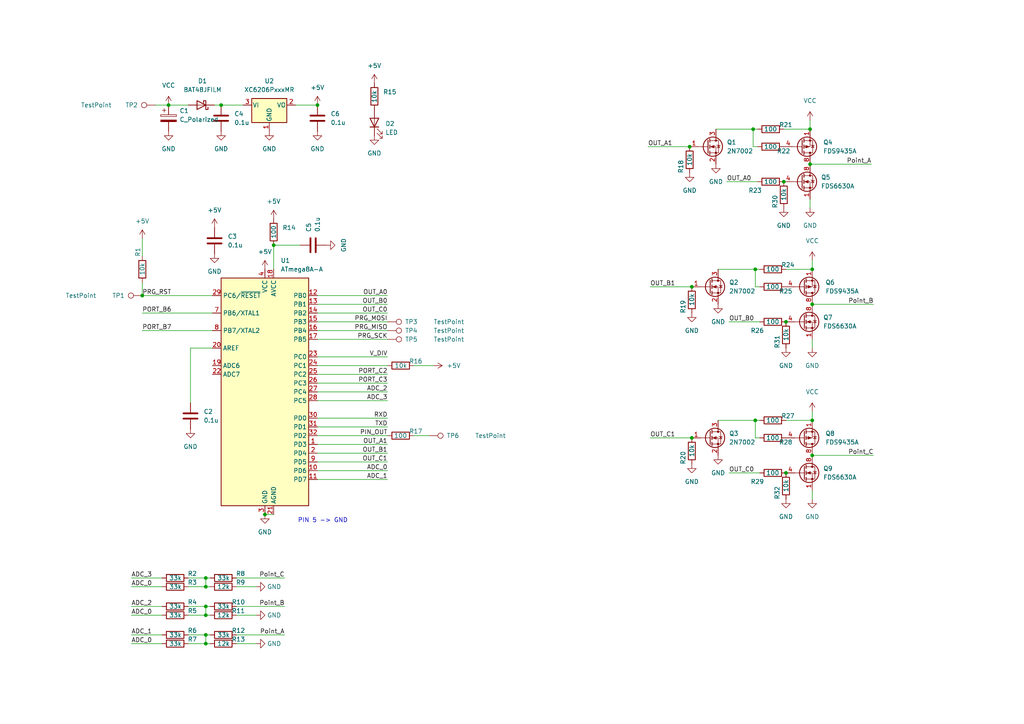
<source format=kicad_sch>
(kicad_sch (version 20211123) (generator eeschema)
  (paper "A4")
  (lib_symbols
    (symbol "Connector:TestPoint" (pin_numbers hide) (pin_names (offset 0.762) hide)
      (property "Reference" "TP" (at 0 6.858 0))
      (property "Value" "TestPoint" (at 0 5.08 0))
      (symbol "TestPoint_0_1"
        (circle (center 0 3.302) (radius 0.762))
      )
      (symbol "TestPoint_1_1"
        (pin passive line (at 0 0 90) (length 2.54) (name "1") (number "1"))
      )
    )
    (symbol "Device:C" (pin_numbers hide) (pin_names (offset 0.254))
      (property "Reference" "C" (at 0.635 2.54 0))
      (property "Value" "C" (at 0.635 -2.54 0))
      (symbol "C_0_1"
        (polyline (pts (xy -2.032 -0.762) (xy 2.032 -0.762)) (stroke (width 0.508)))
        (polyline (pts (xy -2.032 0.762) (xy 2.032 0.762)) (stroke (width 0.508)))
      )
      (symbol "C_1_1"
        (pin passive line (at 0 3.81 270) (length 2.794) (name "~") (number "1"))
        (pin passive line (at 0 -3.81 90) (length 2.794) (name "~") (number "2"))
      )
    )
    (symbol "Device:C_Polarized" (pin_numbers hide) (pin_names (offset 0.254))
      (property "Reference" "C" (at 0.635 2.54 0))
      (property "Value" "C_Polarized" (at 0.635 -2.54 0))
      (symbol "C_Polarized_0_1"
        (rectangle (start -2.286 0.508) (end 2.286 1.016))
        (polyline (pts (xy -1.778 2.286) (xy -0.762 2.286)))
        (polyline (pts (xy -1.27 2.794) (xy -1.27 1.778)))
        (rectangle (start 2.286 -0.508) (end -2.286 -1.016) (fill (type outline)))
      )
      (symbol "C_Polarized_1_1"
        (pin passive line (at 0 3.81 270) (length 2.794) (name "~") (number "1"))
        (pin passive line (at 0 -3.81 90) (length 2.794) (name "~") (number "2"))
      )
    )
    (symbol "Device:LED" (pin_numbers hide) (pin_names (offset 1.016) hide)
      (property "Reference" "D" (at 0 2.54 0))
      (property "Value" "LED" (at 0 -2.54 0))
      (symbol "LED_0_1"
        (polyline (pts (xy -1.27 -1.27) (xy -1.27 1.27)) (stroke (width 0.254)))
        (polyline (pts (xy -1.27 0) (xy 1.27 0)))
        (polyline (pts (xy 1.27 -1.27) (xy 1.27 1.27) (xy -1.27 0) (xy 1.27 -1.27)) (stroke (width 0.254)))
        (polyline (pts (xy -3.048 -0.762) (xy -4.572 -2.286) (xy -3.81 -2.286) (xy -4.572 -2.286) (xy -4.572 -1.524)))
        (polyline (pts (xy -1.778 -0.762) (xy -3.302 -2.286) (xy -2.54 -2.286) (xy -3.302 -2.286) (xy -3.302 -1.524)))
      )
      (symbol "LED_1_1"
        (pin passive line (at -3.81 0 0) (length 2.54) (name "K") (number "1"))
        (pin passive line (at 3.81 0 180) (length 2.54) (name "A") (number "2"))
      )
    )
    (symbol "Device:R" (pin_numbers hide) (pin_names (offset 0))
      (property "Reference" "R" (at 2.032 0 90))
      (property "Value" "R" (at 0 0 90))
      (symbol "R_0_1"
        (rectangle (start -1.016 -2.54) (end 1.016 2.54) (stroke (width 0.254)))
      )
      (symbol "R_1_1"
        (pin passive line (at 0 3.81 270) (length 1.27) (name "~") (number "1"))
        (pin passive line (at 0 -3.81 90) (length 1.27) (name "~") (number "2"))
      )
    )
    (symbol "Diode:BAT48JFILM" (pin_numbers hide) (pin_names (offset 1.016) hide)
      (property "Reference" "D" (at 0 2.54 0))
      (property "Value" "BAT48JFILM" (at 0 -2.54 0))
      (symbol "BAT48JFILM_0_1"
        (polyline (pts (xy 1.27 0) (xy -1.27 0)))
        (polyline (pts (xy 1.27 1.27) (xy 1.27 -1.27) (xy -1.27 0) (xy 1.27 1.27)) (stroke (width 0.254)))
        (polyline (pts (xy -1.905 0.635) (xy -1.905 1.27) (xy -1.27 1.27) (xy -1.27 -1.27) (xy -0.635 -1.27) (xy -0.635 -0.635)) (stroke (width 0.254)))
      )
      (symbol "BAT48JFILM_1_1"
        (pin passive line (at -3.81 0 0) (length 2.54) (name "K") (number "1"))
        (pin passive line (at 3.81 0 180) (length 2.54) (name "A") (number "2"))
      )
    )
    (symbol "MCU_Microchip_ATmega:ATmega8A-A"
      (property "Reference" "U" (at -12.7 34.29 0))
      (property "Value" "ATmega8A-A" (at 5.08 -34.29 0))
      (symbol "ATmega8A-A_0_1"
        (rectangle (start -12.7 -33.02) (end 12.7 33.02) (stroke (width 0.254)) (fill (type background)))
      )
      (symbol "ATmega8A-A_1_1"
        (pin bidirectional line (at 15.24 -15.24 180) (length 2.54) (name "PD3") (number "1"))
        (pin bidirectional line (at 15.24 -22.86 180) (length 2.54) (name "PD6") (number "10"))
        (pin bidirectional line (at 15.24 -25.4 180) (length 2.54) (name "PD7") (number "11"))
        (pin bidirectional line (at 15.24 27.94 180) (length 2.54) (name "PB0") (number "12"))
        (pin bidirectional line (at 15.24 25.4 180) (length 2.54) (name "PB1") (number "13"))
        (pin bidirectional line (at 15.24 22.86 180) (length 2.54) (name "PB2") (number "14"))
        (pin bidirectional line (at 15.24 20.32 180) (length 2.54) (name "PB3") (number "15"))
        (pin bidirectional line (at 15.24 17.78 180) (length 2.54) (name "PB4") (number "16"))
        (pin bidirectional line (at 15.24 15.24 180) (length 2.54) (name "PB5") (number "17"))
        (pin power_in line (at 2.54 35.56 270) (length 2.54) (name "AVCC") (number "18"))
        (pin input line (at -15.24 7.62 0) (length 2.54) (name "ADC6") (number "19"))
        (pin bidirectional line (at 15.24 -17.78 180) (length 2.54) (name "PD4") (number "2"))
        (pin passive line (at -15.24 12.7 0) (length 2.54) (name "AREF") (number "20"))
        (pin power_in line (at 2.54 -35.56 90) (length 2.54) (name "AGND") (number "21"))
        (pin input line (at -15.24 5.08 0) (length 2.54) (name "ADC7") (number "22"))
        (pin bidirectional line (at 15.24 10.16 180) (length 2.54) (name "PC0") (number "23"))
        (pin bidirectional line (at 15.24 7.62 180) (length 2.54) (name "PC1") (number "24"))
        (pin bidirectional line (at 15.24 5.08 180) (length 2.54) (name "PC2") (number "25"))
        (pin bidirectional line (at 15.24 2.54 180) (length 2.54) (name "PC3") (number "26"))
        (pin bidirectional line (at 15.24 0 180) (length 2.54) (name "PC4") (number "27"))
        (pin bidirectional line (at 15.24 -2.54 180) (length 2.54) (name "PC5") (number "28"))
        (pin bidirectional line (at -15.24 27.94 0) (length 2.54) (name "PC6/~{RESET}") (number "29"))
        (pin power_in line (at 0 -35.56 90) (length 2.54) (name "GND") (number "3"))
        (pin bidirectional line (at 15.24 -7.62 180) (length 2.54) (name "PD0") (number "30"))
        (pin bidirectional line (at 15.24 -10.16 180) (length 2.54) (name "PD1") (number "31"))
        (pin bidirectional line (at 15.24 -12.7 180) (length 2.54) (name "PD2") (number "32"))
        (pin power_in line (at 0 35.56 270) (length 2.54) (name "VCC") (number "4"))
        (pin passive line (at 0 -35.56 90) (length 2.54) hide (name "GND") (number "5"))
        (pin passive line (at 0 35.56 270) (length 2.54) hide (name "VCC") (number "6"))
        (pin bidirectional line (at -15.24 22.86 0) (length 2.54) (name "PB6/XTAL1") (number "7"))
        (pin bidirectional line (at -15.24 17.78 0) (length 2.54) (name "PB7/XTAL2") (number "8"))
        (pin bidirectional line (at 15.24 -20.32 180) (length 2.54) (name "PD5") (number "9"))
      )
    )
    (symbol "Regulator_Linear:XC6206PxxxMR" (pin_names (offset 0.254))
      (property "Reference" "U" (at -3.81 3.175 0))
      (property "Value" "XC6206PxxxMR" (at 0 3.175 0))
      (symbol "XC6206PxxxMR_0_1"
        (rectangle (start -5.08 1.905) (end 5.08 -5.08) (stroke (width 0.254)) (fill (type background)))
      )
      (symbol "XC6206PxxxMR_1_1"
        (pin power_in line (at 0 -7.62 90) (length 2.54) (name "GND") (number "1"))
        (pin power_out line (at 7.62 0 180) (length 2.54) (name "VO") (number "2"))
        (pin power_in line (at -7.62 0 0) (length 2.54) (name "VI") (number "3"))
      )
    )
    (symbol "Transistor_FET:2N7002" (pin_names hide)
      (property "Reference" "Q" (at 5.08 1.905 0))
      (property "Value" "2N7002" (at 5.08 0 0))
      (symbol "2N7002_0_1"
        (polyline (pts (xy 0.254 0) (xy -2.54 0)))
        (polyline (pts (xy 0.254 1.905) (xy 0.254 -1.905)) (stroke (width 0.254)))
        (polyline (pts (xy 0.762 -1.27) (xy 0.762 -2.286)) (stroke (width 0.254)))
        (polyline (pts (xy 0.762 0.508) (xy 0.762 -0.508)) (stroke (width 0.254)))
        (polyline (pts (xy 0.762 2.286) (xy 0.762 1.27)) (stroke (width 0.254)))
        (polyline (pts (xy 2.54 2.54) (xy 2.54 1.778)))
        (polyline (pts (xy 2.54 -2.54) (xy 2.54 0) (xy 0.762 0)))
        (polyline (pts (xy 0.762 -1.778) (xy 3.302 -1.778) (xy 3.302 1.778) (xy 0.762 1.778)))
        (polyline (pts (xy 1.016 0) (xy 2.032 0.381) (xy 2.032 -0.381) (xy 1.016 0)) (fill (type outline)))
        (polyline (pts (xy 2.794 0.508) (xy 2.921 0.381) (xy 3.683 0.381) (xy 3.81 0.254)))
        (polyline (pts (xy 3.302 0.381) (xy 2.921 -0.254) (xy 3.683 -0.254) (xy 3.302 0.381)))
        (circle (center 1.651 0) (radius 2.794) (stroke (width 0.254)))
        (circle (center 2.54 -1.778) (radius 0.254) (fill (type outline)))
        (circle (center 2.54 1.778) (radius 0.254) (fill (type outline)))
      )
      (symbol "2N7002_1_1"
        (pin input line (at -5.08 0 0) (length 2.54) (name "G") (number "1"))
        (pin passive line (at 2.54 -5.08 90) (length 2.54) (name "S") (number "2"))
        (pin passive line (at 2.54 5.08 270) (length 2.54) (name "D") (number "3"))
      )
    )
    (symbol "Transistor_FET:FDS6630A" (pin_names hide)
      (property "Reference" "Q" (at 5.08 2.54 0))
      (property "Value" "FDS6630A" (at 5.08 0 0))
      (symbol "FDS6630A_0_1"
        (polyline (pts (xy 0.254 0) (xy -2.54 0)))
        (polyline (pts (xy 0.254 1.905) (xy 0.254 -1.905)) (stroke (width 0.254)))
        (polyline (pts (xy 0.762 -1.27) (xy 0.762 -2.286)) (stroke (width 0.254)))
        (polyline (pts (xy 0.762 0.508) (xy 0.762 -0.508)) (stroke (width 0.254)))
        (polyline (pts (xy 0.762 2.286) (xy 0.762 1.27)) (stroke (width 0.254)))
        (polyline (pts (xy 2.54 2.54) (xy 2.54 1.778)))
        (polyline (pts (xy 2.54 -2.54) (xy 2.54 0) (xy 0.762 0)))
        (polyline (pts (xy 0.762 -1.778) (xy 3.302 -1.778) (xy 3.302 1.778) (xy 0.762 1.778)))
        (polyline (pts (xy 1.016 0) (xy 2.032 0.381) (xy 2.032 -0.381) (xy 1.016 0)) (fill (type outline)))
        (polyline (pts (xy 2.794 0.508) (xy 2.921 0.381) (xy 3.683 0.381) (xy 3.81 0.254)))
        (polyline (pts (xy 3.302 0.381) (xy 2.921 -0.254) (xy 3.683 -0.254) (xy 3.302 0.381)))
        (circle (center 1.651 0) (radius 2.794) (stroke (width 0.254)))
        (circle (center 2.54 -1.778) (radius 0.254) (fill (type outline)))
        (circle (center 2.54 1.778) (radius 0.254) (fill (type outline)))
      )
      (symbol "FDS6630A_1_1"
        (pin passive line (at 2.54 -5.08 90) (length 2.54) (name "S") (number "1"))
        (pin passive line (at 2.54 -5.08 90) (length 2.54) hide (name "S") (number "2"))
        (pin passive line (at 2.54 -5.08 90) (length 2.54) hide (name "S") (number "3"))
        (pin input line (at -5.08 0 0) (length 2.54) (name "G") (number "4"))
        (pin passive line (at 2.54 5.08 270) (length 2.54) hide (name "D") (number "5"))
        (pin passive line (at 2.54 5.08 270) (length 2.54) hide (name "D") (number "6"))
        (pin passive line (at 2.54 5.08 270) (length 2.54) hide (name "D") (number "7"))
        (pin passive line (at 2.54 5.08 270) (length 2.54) (name "D") (number "8"))
      )
    )
    (symbol "Transistor_FET:FDS9435A" (pin_names hide)
      (property "Reference" "Q" (at 5.08 1.905 0))
      (property "Value" "FDS9435A" (at 5.08 0 0))
      (symbol "FDS9435A_0_1"
        (polyline (pts (xy 0.254 0) (xy -2.54 0)))
        (polyline (pts (xy 0.254 1.905) (xy 0.254 -1.905)) (stroke (width 0.254)))
        (polyline (pts (xy 0.762 -1.27) (xy 0.762 -2.286)) (stroke (width 0.254)))
        (polyline (pts (xy 0.762 0.508) (xy 0.762 -0.508)) (stroke (width 0.254)))
        (polyline (pts (xy 0.762 2.286) (xy 0.762 1.27)) (stroke (width 0.254)))
        (polyline (pts (xy 2.54 2.54) (xy 2.54 1.778)))
        (polyline (pts (xy 2.54 -2.54) (xy 2.54 0) (xy 0.762 0)))
        (polyline (pts (xy 0.762 1.778) (xy 3.302 1.778) (xy 3.302 -1.778) (xy 0.762 -1.778)))
        (polyline (pts (xy 2.286 0) (xy 1.27 0.381) (xy 1.27 -0.381) (xy 2.286 0)) (fill (type outline)))
        (polyline (pts (xy 2.794 -0.508) (xy 2.921 -0.381) (xy 3.683 -0.381) (xy 3.81 -0.254)))
        (polyline (pts (xy 3.302 -0.381) (xy 2.921 0.254) (xy 3.683 0.254) (xy 3.302 -0.381)))
        (circle (center 1.651 0) (radius 2.794) (stroke (width 0.254)))
        (circle (center 2.54 -1.778) (radius 0.254) (fill (type outline)))
        (circle (center 2.54 1.778) (radius 0.254) (fill (type outline)))
      )
      (symbol "FDS9435A_1_1"
        (pin passive line (at 2.54 -5.08 90) (length 2.54) (name "S") (number "1"))
        (pin passive line (at 2.54 -5.08 90) (length 2.54) hide (name "S") (number "2"))
        (pin passive line (at 2.54 -5.08 90) (length 2.54) hide (name "S") (number "3"))
        (pin passive line (at -5.08 0 0) (length 2.54) (name "G") (number "4"))
        (pin passive line (at 2.54 5.08 270) (length 2.54) hide (name "D") (number "5"))
        (pin passive line (at 2.54 5.08 270) (length 2.54) hide (name "D") (number "6"))
        (pin passive line (at 2.54 5.08 270) (length 2.54) hide (name "D") (number "7"))
        (pin passive line (at 2.54 5.08 270) (length 2.54) (name "D") (number "8"))
      )
    )
    (symbol "power:+5V" (power) (pin_names (offset 0))
      (property "Value" "+5V" (at 0 3.556 0))
      (symbol "+5V_0_1"
        (polyline (pts (xy -0.762 1.27) (xy 0 2.54)))
        (polyline (pts (xy 0 0) (xy 0 2.54)))
        (polyline (pts (xy 0 2.54) (xy 0.762 1.27)))
      )
      (symbol "+5V_1_1"
        (pin power_in line (at 0 0 90) (length 0) hide (name "+5V") (number "1"))
      )
    )
    (symbol "power:GND" (power) (pin_names (offset 0))
      (property "Value" "GND" (at 0 -3.81 0))
      (symbol "GND_0_1"
        (polyline (pts (xy 0 0) (xy 0 -1.27) (xy 1.27 -1.27) (xy 0 -2.54) (xy -1.27 -1.27) (xy 0 -1.27)))
      )
      (symbol "GND_1_1"
        (pin power_in line (at 0 0 270) (length 0) hide (name "GND") (number "1"))
      )
    )
    (symbol "power:VCC" (power) (pin_names (offset 0))
      (property "Value" "VCC" (at 0 3.81 0))
      (symbol "VCC_0_1"
        (polyline (pts (xy -0.762 1.27) (xy 0 2.54)))
        (polyline (pts (xy 0 0) (xy 0 2.54)))
        (polyline (pts (xy 0 2.54) (xy 0.762 1.27)))
      )
      (symbol "VCC_1_1"
        (pin power_in line (at 0 0 90) (length 0) hide (name "VCC") (number "1"))
      )
    )
  )
  (junction (at 200.025 42.545))
  (junction (at 235.585 132.08))
  (junction (at 218.44 37.465))
  (junction (at 59.69 178.435))
  (junction (at 76.835 149.225))
  (junction (at 219.075 121.92))
  (junction (at 59.69 175.895))
  (junction (at 48.895 30.48))
  (junction (at 59.69 167.64))
  (junction (at 92.075 30.48))
  (junction (at 41.275 85.725))
  (junction (at 219.075 78.105))
  (junction (at 234.95 47.625))
  (junction (at 227.965 137.16))
  (junction (at 227.33 52.705))
  (junction (at 64.135 30.48))
  (junction (at 79.375 71.12))
  (junction (at 227.965 93.345))
  (junction (at 59.69 170.18))
  (junction (at 235.585 78.105))
  (junction (at 59.69 186.69))
  (junction (at 234.95 37.465))
  (junction (at 59.69 184.15))
  (junction (at 200.66 127))
  (junction (at 235.585 88.265))
  (junction (at 200.66 83.185))
  (junction (at 235.585 121.92))
  (wire (pts (xy 41.275 85.725) (xy 61.595 85.725)))
  (wire (pts (xy 188.595 83.185) (xy 200.66 83.185)))
  (wire (pts (xy 54.61 170.18) (xy 59.69 170.18)))
  (wire (pts (xy 92.075 128.905) (xy 112.395 128.905)))
  (wire (pts (xy 92.075 93.345) (xy 112.395 93.345)))
  (wire (pts (xy 38.1 170.18) (xy 46.99 170.18)))
  (wire (pts (xy 235.585 88.265) (xy 253.365 88.265)))
  (wire (pts (xy 41.275 81.915) (xy 41.275 85.725)))
  (wire (pts (xy 68.58 170.18) (xy 74.295 170.18)))
  (wire (pts (xy 218.44 42.545) (xy 218.44 37.465)))
  (wire (pts (xy 92.075 90.805) (xy 112.395 90.805)))
  (wire (pts (xy 219.075 83.185) (xy 219.075 78.105)))
  (wire (pts (xy 62.23 30.48) (xy 64.135 30.48)))
  (wire (pts (xy 219.075 78.105) (xy 220.345 78.105)))
  (wire (pts (xy 208.28 121.92) (xy 219.075 121.92)))
  (wire (pts (xy 218.44 37.465) (xy 219.71 37.465)))
  (wire (pts (xy 219.075 127) (xy 219.075 121.92)))
  (wire (pts (xy 92.075 111.125) (xy 112.395 111.125)))
  (wire (pts (xy 54.61 184.15) (xy 59.69 184.15)))
  (wire (pts (xy 92.075 106.045) (xy 112.395 106.045)))
  (wire (pts (xy 59.69 184.15) (xy 60.96 184.15)))
  (wire (pts (xy 235.585 98.425) (xy 235.585 100.965)))
  (wire (pts (xy 234.95 34.925) (xy 234.95 37.465)))
  (wire (pts (xy 64.135 30.48) (xy 70.485 30.48)))
  (wire (pts (xy 85.725 30.48) (xy 92.075 30.48)))
  (wire (pts (xy 59.69 186.69) (xy 60.96 186.69)))
  (wire (pts (xy 92.075 121.285) (xy 112.395 121.285)))
  (wire (pts (xy 54.61 167.64) (xy 59.69 167.64)))
  (wire (pts (xy 68.58 186.69) (xy 74.295 186.69)))
  (wire (pts (xy 120.015 126.365) (xy 124.46 126.365)))
  (wire (pts (xy 79.375 71.12) (xy 86.995 71.12)))
  (wire (pts (xy 59.69 167.64) (xy 59.69 170.18)))
  (wire (pts (xy 92.075 95.885) (xy 112.395 95.885)))
  (wire (pts (xy 59.69 178.435) (xy 60.96 178.435)))
  (wire (pts (xy 227.33 37.465) (xy 234.95 37.465)))
  (wire (pts (xy 92.075 123.825) (xy 112.395 123.825)))
  (wire (pts (xy 59.69 167.64) (xy 60.96 167.64)))
  (wire (pts (xy 76.835 149.225) (xy 79.375 149.225)))
  (wire (pts (xy 219.075 121.92) (xy 220.345 121.92)))
  (wire (pts (xy 188.595 127) (xy 200.66 127)))
  (wire (pts (xy 92.075 116.205) (xy 112.395 116.205)))
  (wire (pts (xy 59.69 184.15) (xy 59.69 186.69)))
  (wire (pts (xy 38.1 175.895) (xy 46.99 175.895)))
  (wire (pts (xy 227.965 121.92) (xy 235.585 121.92)))
  (wire (pts (xy 220.345 83.185) (xy 219.075 83.185)))
  (wire (pts (xy 92.075 139.065) (xy 112.395 139.065)))
  (wire (pts (xy 55.245 100.965) (xy 61.595 100.965)))
  (wire (pts (xy 220.345 127) (xy 219.075 127)))
  (wire (pts (xy 79.375 71.12) (xy 79.375 78.105)))
  (wire (pts (xy 92.075 133.985) (xy 112.395 133.985)))
  (wire (pts (xy 187.96 42.545) (xy 200.025 42.545)))
  (wire (pts (xy 235.585 119.38) (xy 235.585 121.92)))
  (wire (pts (xy 68.58 167.64) (xy 82.55 167.64)))
  (wire (pts (xy 92.075 103.505) (xy 112.395 103.505)))
  (wire (pts (xy 210.82 52.705) (xy 219.71 52.705)))
  (wire (pts (xy 92.075 131.445) (xy 112.395 131.445)))
  (wire (pts (xy 59.69 175.895) (xy 60.96 175.895)))
  (wire (pts (xy 41.275 95.885) (xy 61.595 95.885)))
  (wire (pts (xy 92.075 85.725) (xy 112.395 85.725)))
  (wire (pts (xy 41.275 69.215) (xy 41.275 74.295)))
  (wire (pts (xy 68.58 184.15) (xy 82.55 184.15)))
  (wire (pts (xy 235.585 75.565) (xy 235.585 78.105)))
  (wire (pts (xy 92.075 113.665) (xy 112.395 113.665)))
  (wire (pts (xy 55.245 100.965) (xy 55.245 116.84)))
  (wire (pts (xy 208.28 78.105) (xy 219.075 78.105)))
  (wire (pts (xy 120.015 106.045) (xy 125.73 106.045)))
  (wire (pts (xy 92.075 108.585) (xy 112.395 108.585)))
  (wire (pts (xy 59.69 175.895) (xy 59.69 178.435)))
  (wire (pts (xy 92.075 98.425) (xy 112.395 98.425)))
  (wire (pts (xy 211.455 93.345) (xy 220.345 93.345)))
  (wire (pts (xy 54.61 186.69) (xy 59.69 186.69)))
  (wire (pts (xy 234.95 47.625) (xy 252.73 47.625)))
  (wire (pts (xy 38.1 186.69) (xy 46.99 186.69)))
  (wire (pts (xy 92.075 126.365) (xy 112.395 126.365)))
  (wire (pts (xy 219.71 42.545) (xy 218.44 42.545)))
  (wire (pts (xy 68.58 178.435) (xy 74.295 178.435)))
  (wire (pts (xy 38.1 178.435) (xy 46.99 178.435)))
  (wire (pts (xy 59.69 170.18) (xy 60.96 170.18)))
  (wire (pts (xy 54.61 175.895) (xy 59.69 175.895)))
  (wire (pts (xy 235.585 142.24) (xy 235.585 144.78)))
  (wire (pts (xy 41.275 90.805) (xy 61.595 90.805)))
  (wire (pts (xy 234.95 57.785) (xy 234.95 60.325)))
  (wire (pts (xy 48.895 30.48) (xy 54.61 30.48)))
  (wire (pts (xy 207.645 37.465) (xy 218.44 37.465)))
  (wire (pts (xy 54.61 178.435) (xy 59.69 178.435)))
  (wire (pts (xy 211.455 137.16) (xy 220.345 137.16)))
  (wire (pts (xy 92.075 136.525) (xy 112.395 136.525)))
  (wire (pts (xy 235.585 132.08) (xy 253.365 132.08)))
  (wire (pts (xy 92.075 88.265) (xy 112.395 88.265)))
  (wire (pts (xy 68.58 175.895) (xy 82.55 175.895)))
  (wire (pts (xy 38.1 184.15) (xy 46.99 184.15)))
  (wire (pts (xy 45.085 30.48) (xy 48.895 30.48)))
  (wire (pts (xy 38.1 167.64) (xy 46.99 167.64)))
  (wire (pts (xy 227.965 78.105) (xy 235.585 78.105)))
  (text "PIN 5 -> GND" (at 86.36 151.765 0) (effects (font (size 1.27 1.27)) (justify left bottom)))
  (label "OUT_C0" (at 112.395 90.805 180))
  (label "OUT_A0" (at 112.395 85.725 180))
  (label "ADC_0" (at 38.1 170.18 0))
  (label "OUT_C0" (at 211.455 137.16 0))
  (label "OUT_B1" (at 112.395 131.445 180))
  (label "PORT_B6" (at 41.275 90.805 0))
  (label "OUT_B1" (at 188.595 83.185 0))
  (label "Point_A" (at 252.73 47.625 180))
  (label "ADC_1" (at 38.1 184.15 0))
  (label "OUT_A1" (at 112.395 128.905 180))
  (label "Point_C" (at 82.55 167.64 180))
  (label "ADC_0" (at 38.1 186.69 0))
  (label "ADC_3" (at 112.395 116.205 180))
  (label "PORT_C3" (at 112.395 111.125 180))
  (label "V_DIV" (at 112.395 103.505 180))
  (label "PRG_MISO" (at 112.395 95.885 180))
  (label "OUT_C1" (at 112.395 133.985 180))
  (label "Point_A" (at 82.55 184.15 180))
  (label "PORT_B7" (at 41.275 95.885 0))
  (label "PORT_C2" (at 112.395 108.585 180))
  (label "OUT_B0" (at 112.395 88.265 180))
  (label "ADC_2" (at 38.1 175.895 0))
  (label "OUT_B0" (at 211.455 93.345 0))
  (label "PRG_RST" (at 41.275 85.725 0))
  (label "ADC_2" (at 112.395 113.665 180))
  (label "OUT_C1" (at 188.595 127 0))
  (label "Point_B" (at 253.365 88.265 180))
  (label "RXD" (at 112.395 121.285 180))
  (label "ADC_1" (at 112.395 139.065 180))
  (label "ADC_0" (at 112.395 136.525 180))
  (label "Point_B" (at 82.55 175.895 180))
  (label "ADC_3" (at 38.1 167.64 0))
  (label "PIN_OUT" (at 112.395 126.365 180))
  (label "PRG_MOSI" (at 112.395 93.345 180))
  (label "OUT_A1" (at 187.96 42.545 0))
  (label "TXD" (at 112.395 123.825 180))
  (label "PRG_SCK" (at 112.395 98.425 180))
  (label "Point_C" (at 253.365 132.08 180))
  (label "ADC_0" (at 38.1 178.435 0))
  (label "OUT_A0" (at 210.82 52.705 0))
  (symbol (lib_id "Device:R") (at 227.965 97.155 180) (unit 1)
    (property "Reference" "R31" (at 225.425 97.155 90) (effects (justify left)))
    (property "Value" "10k" (at 227.965 95.25 90) (effects (justify left)))
    (property "Footprint" "Resistor_SMD:R_0603_1608Metric" (effects hide))
  )
  (symbol (lib_id "Device:R") (at 116.205 106.045 90) (unit 1)
    (property "Reference" "R16" (at 122.555 104.775 90) (effects (justify left)))
    (property "Value" "10k" (at 118.11 106.045 90) (effects (justify left)))
    (property "Footprint" "Resistor_SMD:R_0603_1608Metric" (effects hide))
  )
  (symbol (lib_id "power:GND") (at 200.66 134.62 0) (unit 1)
    (property "Reference" "#PWR023" (effects hide))
    (property "Value" "GND" (at 200.66 139.7 0))
  )
  (symbol (lib_id "Device:R") (at 227.965 140.97 180) (unit 1)
    (property "Reference" "R32" (at 225.425 140.97 90) (effects (justify left)))
    (property "Value" "10k" (at 227.965 139.065 90) (effects (justify left)))
    (property "Footprint" "Resistor_SMD:R_0603_1608Metric" (effects hide))
  )
  (symbol (lib_id "power:GND") (at 208.28 132.08 0) (unit 1)
    (property "Reference" "#PWR026" (effects hide))
    (property "Value" "GND" (at 208.28 137.16 0))
  )
  (symbol (lib_id "Device:R") (at 50.8 167.64 90) (unit 1)
    (property "Reference" "R2" (at 57.15 166.37 90) (effects (justify left)))
    (property "Value" "33k" (at 52.705 167.64 90) (effects (justify left)))
    (property "Footprint" "Resistor_SMD:R_0603_1608Metric" (effects hide))
  )
  (symbol (lib_id "Device:R") (at 200.66 86.995 180) (unit 1)
    (property "Reference" "R19" (at 198.12 86.995 90) (effects (justify left)))
    (property "Value" "10k" (at 200.66 85.09 90) (effects (justify left)))
    (property "Footprint" "Resistor_SMD:R_0603_1608Metric" (effects hide))
  )
  (symbol (lib_id "Regulator_Linear:XC6206PxxxMR") (at 78.105 30.48 0) (unit 1)
    (property "Reference" "U2" (at 78.105 23.495 0))
    (property "Value" "XC6206PxxxMR" (at 78.105 26.035 0))
    (property "Footprint" "Package_TO_SOT_SMD:SOT-23" (effects hide))
    (property "Datasheet" "https://www.torexsemi.com/file/xc6206/XC6206.pdf" (effects hide))
  )
  (symbol (lib_id "power:GND") (at 200.66 90.805 0) (unit 1)
    (property "Reference" "#PWR022" (effects hide))
    (property "Value" "GND" (at 200.66 95.885 0))
  )
  (symbol (lib_id "Device:C") (at 92.075 34.29 0) (unit 1)
    (property "Reference" "C6" (at 95.885 33.0199 0) (effects (justify left)))
    (property "Value" "0.1u" (at 95.885 35.5599 0) (effects (justify left)))
    (property "Footprint" "Capacitor_SMD:C_0603_1608Metric" (effects hide))
  )
  (symbol (lib_id "power:GND") (at 78.105 38.1 0) (unit 1)
    (property "Reference" "#PWR013" (effects hide))
    (property "Value" "GND" (at 78.105 43.18 0))
  )
  (symbol (lib_id "power:+5V") (at 62.23 66.04 0) (unit 1)
    (property "Reference" "#PWR05" (effects hide))
    (property "Value" "+5V" (at 62.23 60.96 0))
  )
  (symbol (lib_id "Device:R") (at 224.155 137.16 90) (unit 1)
    (property "Reference" "R29" (at 221.615 139.7 90) (effects (justify left)))
    (property "Value" "100" (at 226.06 137.16 90) (effects (justify left)))
    (property "Footprint" "Resistor_SMD:R_0603_1608Metric" (effects hide))
  )
  (symbol (lib_id "Device:C") (at 90.805 71.12 90) (unit 1)
    (property "Reference" "C5" (at 89.5349 67.31 0) (effects (justify left)))
    (property "Value" "0.1u" (at 92.0749 67.31 0) (effects (justify left)))
    (property "Footprint" "Capacitor_SMD:C_0603_1608Metric" (effects hide))
  )
  (symbol (lib_id "Connector:TestPoint") (at 112.395 98.425 270) (unit 1)
    (property "Reference" "TP5" (at 117.475 98.425 90) (effects (justify left)))
    (property "Value" "TestPoint" (at 125.73 98.425 90) (effects (justify left)))
    (property "Footprint" "0_mylib:TestPoint_Pad_D1.0mm" (effects hide))
  )
  (symbol (lib_id "Transistor_FET:2N7002") (at 205.74 127 0) (unit 1)
    (property "Reference" "Q3" (at 211.455 125.7299 0) (effects (justify left)))
    (property "Value" "2N7002" (at 211.455 128.2699 0) (effects (justify left)))
    (property "Footprint" "Package_TO_SOT_SMD:SOT-23" (effects hide))
    (property "Datasheet" "https://www.onsemi.com/pub/Collateral/NDS7002A-D.PDF" (effects hide))
  )
  (symbol (lib_id "Device:C") (at 62.23 69.85 0) (unit 1)
    (property "Reference" "C3" (at 66.04 68.5799 0) (effects (justify left)))
    (property "Value" "0.1u" (at 66.04 71.1199 0) (effects (justify left)))
    (property "Footprint" "Capacitor_SMD:C_0603_1608Metric" (effects hide))
  )
  (symbol (lib_id "Device:R") (at 224.155 93.345 90) (unit 1)
    (property "Reference" "R26" (at 221.615 95.885 90) (effects (justify left)))
    (property "Value" "100" (at 226.06 93.345 90) (effects (justify left)))
    (property "Footprint" "Resistor_SMD:R_0603_1608Metric" (effects hide))
  )
  (symbol (lib_id "Device:R") (at 108.585 27.94 0) (unit 1)
    (property "Reference" "R15" (at 111.125 26.6699 0) (effects (justify left)))
    (property "Value" "10k" (at 108.585 29.845 90) (effects (justify left)))
    (property "Footprint" "Resistor_SMD:R_0603_1608Metric" (effects hide))
  )
  (symbol (lib_id "power:+5V") (at 92.075 30.48 0) (unit 1)
    (property "Reference" "#PWR015" (effects hide))
    (property "Value" "+5V" (at 92.075 25.4 0))
  )
  (symbol (lib_id "power:GND") (at 227.965 144.78 0) (unit 1)
    (property "Reference" "#PWR029" (effects hide))
    (property "Value" "GND" (at 227.965 149.86 0))
  )
  (symbol (lib_id "Device:R") (at 50.8 184.15 90) (unit 1)
    (property "Reference" "R6" (at 57.15 182.88 90) (effects (justify left)))
    (property "Value" "33k" (at 52.705 184.15 90) (effects (justify left)))
    (property "Footprint" "Resistor_SMD:R_0603_1608Metric" (effects hide))
  )
  (symbol (lib_id "Device:R") (at 224.155 83.185 90) (unit 1)
    (property "Reference" "R25" (at 229.87 84.455 90) (effects (justify left)))
    (property "Value" "100" (at 226.06 83.185 90) (effects (justify left)))
    (property "Footprint" "Resistor_SMD:R_0603_1608Metric" (effects hide))
  )
  (symbol (lib_id "Device:R") (at 50.8 178.435 90) (unit 1)
    (property "Reference" "R5" (at 57.15 177.165 90) (effects (justify left)))
    (property "Value" "33k" (at 52.705 178.435 90) (effects (justify left)))
    (property "Footprint" "Resistor_SMD:R_0603_1608Metric" (effects hide))
  )
  (symbol (lib_id "Device:R") (at 224.155 121.92 90) (unit 1)
    (property "Reference" "R27" (at 230.505 120.65 90) (effects (justify left)))
    (property "Value" "100" (at 226.06 121.92 90) (effects (justify left)))
    (property "Footprint" "Resistor_SMD:R_0603_1608Metric" (effects hide))
  )
  (symbol (lib_id "power:GND") (at 108.585 39.37 0) (unit 1)
    (property "Reference" "#PWR019" (effects hide))
    (property "Value" "GND" (at 108.585 44.45 0))
  )
  (symbol (lib_id "power:GND") (at 92.075 38.1 0) (unit 1)
    (property "Reference" "#PWR016" (effects hide))
    (property "Value" "GND" (at 92.075 43.18 0))
  )
  (symbol (lib_id "Device:R") (at 64.77 184.15 90) (unit 1)
    (property "Reference" "R12" (at 71.12 182.88 90) (effects (justify left)))
    (property "Value" "33k" (at 66.675 184.15 90) (effects (justify left)))
    (property "Footprint" "Resistor_SMD:R_0603_1608Metric" (effects hide))
  )
  (symbol (lib_id "power:VCC") (at 235.585 119.38 0) (unit 1)
    (property "Reference" "#PWR034" (effects hide))
    (property "Value" "VCC" (at 235.585 113.665 0))
  )
  (symbol (lib_id "power:GND") (at 94.615 71.12 90) (unit 1)
    (property "Reference" "#PWR017" (effects hide))
    (property "Value" "GND" (at 99.695 71.12 0))
  )
  (symbol (lib_id "Device:C") (at 55.245 120.65 0) (unit 1)
    (property "Reference" "C2" (at 59.055 119.3799 0) (effects (justify left)))
    (property "Value" "0.1u" (at 59.055 121.9199 0) (effects (justify left)))
    (property "Footprint" "Capacitor_SMD:C_0603_1608Metric" (effects hide))
  )
  (symbol (lib_id "power:GND") (at 235.585 100.965 0) (unit 1)
    (property "Reference" "#PWR033" (effects hide))
    (property "Value" "GND" (at 235.585 106.045 0))
  )
  (symbol (lib_id "Device:R") (at 41.275 78.105 180) (unit 1)
    (property "Reference" "R1" (at 40.005 71.755 90) (effects (justify left)))
    (property "Value" "10k" (at 41.275 76.2 90) (effects (justify left)))
    (property "Footprint" "Resistor_SMD:R_0603_1608Metric" (effects hide))
  )
  (symbol (lib_id "Device:R") (at 64.77 186.69 90) (unit 1)
    (property "Reference" "R13" (at 71.12 185.42 90) (effects (justify left)))
    (property "Value" "12k" (at 66.675 186.69 90) (effects (justify left)))
    (property "Footprint" "Resistor_SMD:R_0603_1608Metric" (effects hide))
  )
  (symbol (lib_id "Connector:TestPoint") (at 45.085 30.48 90) (mirror x) (unit 1)
    (property "Reference" "TP2" (at 40.005 30.48 90) (effects (justify left)))
    (property "Value" "TestPoint" (at 32.385 30.48 90) (effects (justify left)))
    (property "Footprint" "0_mylib:TestPoint_Pad_D1.0mm" (effects hide))
  )
  (symbol (lib_id "Diode:BAT48JFILM") (at 58.42 30.48 180) (unit 1)
    (property "Reference" "D1" (at 58.7375 23.495 0))
    (property "Value" "BAT48JFILM" (at 58.7375 26.035 0))
    (property "Footprint" "Diode_SMD:D_SOD-323" (effects hide))
    (property "Datasheet" "www.st.com/resource/en/datasheet/bat48.pdf" (effects hide))
  )
  (symbol (lib_id "power:GND") (at 74.295 170.18 90) (unit 1)
    (property "Reference" "#PWR08" (effects hide))
    (property "Value" "GND" (at 77.47 170.1799 90) (effects (justify right)))
  )
  (symbol (lib_id "power:GND") (at 227.33 60.325 0) (unit 1)
    (property "Reference" "#PWR027" (effects hide))
    (property "Value" "GND" (at 227.33 65.405 0))
  )
  (symbol (lib_id "power:GND") (at 227.965 100.965 0) (unit 1)
    (property "Reference" "#PWR028" (effects hide))
    (property "Value" "GND" (at 227.965 106.045 0))
  )
  (symbol (lib_id "Device:R") (at 64.77 170.18 90) (unit 1)
    (property "Reference" "R9" (at 71.12 168.91 90) (effects (justify left)))
    (property "Value" "12k" (at 66.675 170.18 90) (effects (justify left)))
    (property "Footprint" "Resistor_SMD:R_0603_1608Metric" (effects hide))
  )
  (symbol (lib_id "power:GND") (at 234.95 60.325 0) (unit 1)
    (property "Reference" "#PWR031" (effects hide))
    (property "Value" "GND" (at 234.95 65.405 0))
  )
  (symbol (lib_id "Device:R") (at 200.66 130.81 180) (unit 1)
    (property "Reference" "R20" (at 198.12 130.81 90) (effects (justify left)))
    (property "Value" "10k" (at 200.66 128.905 90) (effects (justify left)))
    (property "Footprint" "Resistor_SMD:R_0603_1608Metric" (effects hide))
  )
  (symbol (lib_id "power:+5V") (at 41.275 69.215 0) (unit 1)
    (property "Reference" "#PWR01" (effects hide))
    (property "Value" "+5V" (at 41.275 64.135 0))
  )
  (symbol (lib_id "Transistor_FET:FDS6630A") (at 233.045 137.16 0) (unit 1)
    (property "Reference" "Q9" (at 238.76 135.8899 0) (effects (justify left)))
    (property "Value" "FDS6630A" (at 238.76 138.4299 0) (effects (justify left)))
    (property "Footprint" "Package_SO:SOIC-8_3.9x4.9mm_P1.27mm" (effects hide))
    (property "Datasheet" "http://www.onsemi.com/pub/Collateral/FDS6630A-D.pdf" (effects hide))
  )
  (symbol (lib_id "Device:R") (at 223.52 42.545 90) (unit 1)
    (property "Reference" "R22" (at 229.235 43.815 90) (effects (justify left)))
    (property "Value" "100" (at 225.425 42.545 90) (effects (justify left)))
    (property "Footprint" "Resistor_SMD:R_0603_1608Metric" (effects hide))
  )
  (symbol (lib_id "power:VCC") (at 235.585 75.565 0) (unit 1)
    (property "Reference" "#PWR032" (effects hide))
    (property "Value" "VCC" (at 235.585 69.85 0))
  )
  (symbol (lib_id "power:+5V") (at 125.73 106.045 270) (unit 1)
    (property "Reference" "#PWR020" (effects hide))
    (property "Value" "+5V" (at 129.54 106.0449 90) (effects (justify left)))
  )
  (symbol (lib_id "Transistor_FET:FDS6630A") (at 232.41 52.705 0) (unit 1)
    (property "Reference" "Q5" (at 238.125 51.4349 0) (effects (justify left)))
    (property "Value" "FDS6630A" (at 238.125 53.9749 0) (effects (justify left)))
    (property "Footprint" "Package_SO:SOIC-8_3.9x4.9mm_P1.27mm" (effects hide))
    (property "Datasheet" "http://www.onsemi.com/pub/Collateral/FDS6630A-D.pdf" (effects hide))
  )
  (symbol (lib_id "power:GND") (at 48.895 38.1 0) (unit 1)
    (property "Reference" "#PWR03" (effects hide))
    (property "Value" "GND" (at 48.895 43.18 0))
  )
  (symbol (lib_id "power:GND") (at 235.585 144.78 0) (unit 1)
    (property "Reference" "#PWR035" (effects hide))
    (property "Value" "GND" (at 235.585 149.86 0))
  )
  (symbol (lib_id "power:VCC") (at 48.895 30.48 0) (unit 1)
    (property "Reference" "#PWR02" (effects hide))
    (property "Value" "VCC" (at 48.895 24.765 0))
  )
  (symbol (lib_id "Device:C_Polarized") (at 48.895 34.29 0) (unit 1)
    (property "Reference" "C1" (at 52.07 32.1309 0) (effects (justify left)))
    (property "Value" "C_Polarized" (at 52.07 34.6709 0) (effects (justify left)))
    (property "Footprint" "Capacitor_Tantalum_SMD:CP_EIA-6032-28_Kemet-C" (effects hide))
  )
  (symbol (lib_id "power:GND") (at 200.025 50.165 0) (unit 1)
    (property "Reference" "#PWR021" (effects hide))
    (property "Value" "GND" (at 200.025 55.245 0))
  )
  (symbol (lib_id "power:GND") (at 76.835 149.225 0) (unit 1)
    (property "Reference" "#PWR012" (effects hide))
    (property "Value" "GND" (at 76.835 154.305 0))
  )
  (symbol (lib_id "Device:R") (at 64.77 167.64 90) (unit 1)
    (property "Reference" "R8" (at 71.12 166.37 90) (effects (justify left)))
    (property "Value" "33k" (at 66.675 167.64 90) (effects (justify left)))
    (property "Footprint" "Resistor_SMD:R_0603_1608Metric" (effects hide))
  )
  (symbol (lib_id "Device:R") (at 227.33 56.515 180) (unit 1)
    (property "Reference" "R30" (at 224.79 56.515 90) (effects (justify left)))
    (property "Value" "10k" (at 227.33 54.61 90) (effects (justify left)))
    (property "Footprint" "Resistor_SMD:R_0603_1608Metric" (effects hide))
  )
  (symbol (lib_id "Connector:TestPoint") (at 124.46 126.365 270) (unit 1)
    (property "Reference" "TP6" (at 129.54 126.365 90) (effects (justify left)))
    (property "Value" "TestPoint" (at 137.795 126.365 90) (effects (justify left)))
    (property "Footprint" "0_mylib:TestPoint_Pad_D1.0mm" (effects hide))
  )
  (symbol (lib_id "Transistor_FET:2N7002") (at 205.74 83.185 0) (unit 1)
    (property "Reference" "Q2" (at 211.455 81.9149 0) (effects (justify left)))
    (property "Value" "2N7002" (at 211.455 84.4549 0) (effects (justify left)))
    (property "Footprint" "Package_TO_SOT_SMD:SOT-23" (effects hide))
    (property "Datasheet" "https://www.onsemi.com/pub/Collateral/NDS7002A-D.PDF" (effects hide))
  )
  (symbol (lib_id "Device:R") (at 50.8 186.69 90) (unit 1)
    (property "Reference" "R7" (at 57.15 185.42 90) (effects (justify left)))
    (property "Value" "33k" (at 52.705 186.69 90) (effects (justify left)))
    (property "Footprint" "Resistor_SMD:R_0603_1608Metric" (effects hide))
  )
  (symbol (lib_id "power:+5V") (at 76.835 78.105 0) (unit 1)
    (property "Reference" "#PWR011" (effects hide))
    (property "Value" "+5V" (at 76.835 73.025 0))
  )
  (symbol (lib_id "Device:R") (at 200.025 46.355 180) (unit 1)
    (property "Reference" "R18" (at 197.485 46.355 90) (effects (justify left)))
    (property "Value" "10k" (at 200.025 44.45 90) (effects (justify left)))
    (property "Footprint" "Resistor_SMD:R_0603_1608Metric" (effects hide))
  )
  (symbol (lib_id "Device:R") (at 224.155 78.105 90) (unit 1)
    (property "Reference" "R24" (at 230.505 76.835 90) (effects (justify left)))
    (property "Value" "100" (at 226.06 78.105 90) (effects (justify left)))
    (property "Footprint" "Resistor_SMD:R_0603_1608Metric" (effects hide))
  )
  (symbol (lib_id "power:GND") (at 208.28 88.265 0) (unit 1)
    (property "Reference" "#PWR025" (effects hide))
    (property "Value" "GND" (at 208.28 93.345 0))
  )
  (symbol (lib_id "power:GND") (at 55.245 124.46 0) (unit 1)
    (property "Reference" "#PWR04" (effects hide))
    (property "Value" "GND" (at 55.245 129.54 0))
  )
  (symbol (lib_id "power:GND") (at 207.645 47.625 0) (unit 1)
    (property "Reference" "#PWR024" (effects hide))
    (property "Value" "GND" (at 207.645 52.705 0))
  )
  (symbol (lib_id "Device:R") (at 50.8 170.18 90) (unit 1)
    (property "Reference" "R3" (at 57.15 168.91 90) (effects (justify left)))
    (property "Value" "33k" (at 52.705 170.18 90) (effects (justify left)))
    (property "Footprint" "Resistor_SMD:R_0603_1608Metric" (effects hide))
  )
  (symbol (lib_id "Device:R") (at 223.52 37.465 90) (unit 1)
    (property "Reference" "R21" (at 229.87 36.195 90) (effects (justify left)))
    (property "Value" "100" (at 225.425 37.465 90) (effects (justify left)))
    (property "Footprint" "Resistor_SMD:R_0603_1608Metric" (effects hide))
  )
  (symbol (lib_id "Transistor_FET:FDS9435A") (at 233.045 83.185 0) (mirror x) (unit 1)
    (property "Reference" "Q6" (at 239.395 81.9149 0) (effects (justify left)))
    (property "Value" "FDS9435A" (at 239.395 84.4549 0) (effects (justify left)))
    (property "Footprint" "Package_SO:SOIC-8_3.9x4.9mm_P1.27mm" (effects hide))
    (property "Datasheet" "https://www.onsemi.com/pub/Collateral/FDS9435A-D.PDF" (effects hide))
  )
  (symbol (lib_id "power:GND") (at 62.23 73.66 0) (unit 1)
    (property "Reference" "#PWR06" (effects hide))
    (property "Value" "GND" (at 62.23 78.74 0))
  )
  (symbol (lib_id "Device:R") (at 50.8 175.895 90) (unit 1)
    (property "Reference" "R4" (at 57.15 174.625 90) (effects (justify left)))
    (property "Value" "33k" (at 52.705 175.895 90) (effects (justify left)))
    (property "Footprint" "Resistor_SMD:R_0603_1608Metric" (effects hide))
  )
  (symbol (lib_id "Transistor_FET:FDS6630A") (at 233.045 93.345 0) (unit 1)
    (property "Reference" "Q7" (at 238.76 92.0749 0) (effects (justify left)))
    (property "Value" "FDS6630A" (at 238.76 94.6149 0) (effects (justify left)))
    (property "Footprint" "Package_SO:SOIC-8_3.9x4.9mm_P1.27mm" (effects hide))
    (property "Datasheet" "http://www.onsemi.com/pub/Collateral/FDS6630A-D.pdf" (effects hide))
  )
  (symbol (lib_id "Connector:TestPoint") (at 112.395 93.345 270) (unit 1)
    (property "Reference" "TP3" (at 117.475 93.345 90) (effects (justify left)))
    (property "Value" "TestPoint" (at 125.73 93.345 90) (effects (justify left)))
    (property "Footprint" "0_mylib:TestPoint_Pad_D1.0mm" (effects hide))
  )
  (symbol (lib_id "Device:R") (at 224.155 127 90) (unit 1)
    (property "Reference" "R28" (at 229.87 128.27 90) (effects (justify left)))
    (property "Value" "100" (at 226.06 127 90) (effects (justify left)))
    (property "Footprint" "Resistor_SMD:R_0603_1608Metric" (effects hide))
  )
  (symbol (lib_id "Device:R") (at 64.77 178.435 90) (unit 1)
    (property "Reference" "R11" (at 71.12 177.165 90) (effects (justify left)))
    (property "Value" "12k" (at 66.675 178.435 90) (effects (justify left)))
    (property "Footprint" "Resistor_SMD:R_0603_1608Metric" (effects hide))
  )
  (symbol (lib_id "MCU_Microchip_ATmega:ATmega8A-A") (at 76.835 113.665 0) (unit 1)
    (property "Reference" "U1" (at 81.3944 75.565 0) (effects (justify left)))
    (property "Value" "ATmega8A-A" (at 81.3944 78.105 0) (effects (justify left)))
    (property "Footprint" "Package_QFP:TQFP-32_7x7mm_P0.8mm" (effects hide))
    (property "Datasheet" "http://ww1.microchip.com/downloads/en/DeviceDoc/Microchip%208bit%20mcu%20AVR%20ATmega8A%20data%20sheet%2040001974A.pdf" (effects hide))
  )
  (symbol (lib_id "power:+5V") (at 79.375 63.5 0) (unit 1)
    (property "Reference" "#PWR014" (effects hide))
    (property "Value" "+5V" (at 79.375 58.42 0))
  )
  (symbol (lib_id "Transistor_FET:FDS9435A") (at 233.045 127 0) (mirror x) (unit 1)
    (property "Reference" "Q8" (at 239.395 125.7299 0) (effects (justify left)))
    (property "Value" "FDS9435A" (at 239.395 128.2699 0) (effects (justify left)))
    (property "Footprint" "Package_SO:SOIC-8_3.9x4.9mm_P1.27mm" (effects hide))
    (property "Datasheet" "https://www.onsemi.com/pub/Collateral/FDS9435A-D.PDF" (effects hide))
  )
  (symbol (lib_id "power:GND") (at 74.295 186.69 90) (unit 1)
    (property "Reference" "#PWR010" (effects hide))
    (property "Value" "GND" (at 77.47 186.6899 90) (effects (justify right)))
  )
  (symbol (lib_id "power:VCC") (at 234.95 34.925 0) (unit 1)
    (property "Reference" "#PWR030" (effects hide))
    (property "Value" "VCC" (at 234.95 29.21 0))
  )
  (symbol (lib_id "power:+5V") (at 108.585 24.13 0) (unit 1)
    (property "Reference" "#PWR018" (effects hide))
    (property "Value" "+5V" (at 108.585 19.05 0))
  )
  (symbol (lib_id "Device:R") (at 223.52 52.705 90) (unit 1)
    (property "Reference" "R23" (at 220.98 55.245 90) (effects (justify left)))
    (property "Value" "100" (at 225.425 52.705 90) (effects (justify left)))
    (property "Footprint" "Resistor_SMD:R_0603_1608Metric" (effects hide))
  )
  (symbol (lib_id "Device:R") (at 116.205 126.365 90) (unit 1)
    (property "Reference" "R17" (at 122.555 125.095 90) (effects (justify left)))
    (property "Value" "100" (at 118.11 126.365 90) (effects (justify left)))
    (property "Footprint" "Resistor_SMD:R_0603_1608Metric" (effects hide))
  )
  (symbol (lib_id "Device:C") (at 64.135 34.29 0) (unit 1)
    (property "Reference" "C4" (at 67.945 33.0199 0) (effects (justify left)))
    (property "Value" "0.1u" (at 67.945 35.5599 0) (effects (justify left)))
    (property "Footprint" "Capacitor_SMD:C_0603_1608Metric" (effects hide))
  )
  (symbol (lib_id "power:GND") (at 64.135 38.1 0) (unit 1)
    (property "Reference" "#PWR07" (effects hide))
    (property "Value" "GND" (at 64.135 43.18 0))
  )
  (symbol (lib_id "Transistor_FET:FDS9435A") (at 232.41 42.545 0) (mirror x) (unit 1)
    (property "Reference" "Q4" (at 238.76 41.2749 0) (effects (justify left)))
    (property "Value" "FDS9435A" (at 238.76 43.8149 0) (effects (justify left)))
    (property "Footprint" "Package_SO:SOIC-8_3.9x4.9mm_P1.27mm" (effects hide))
    (property "Datasheet" "https://www.onsemi.com/pub/Collateral/FDS9435A-D.PDF" (effects hide))
  )
  (symbol (lib_id "Device:LED") (at 108.585 35.56 90) (unit 1)
    (property "Reference" "D2" (at 111.76 35.8774 90) (effects (justify right)))
    (property "Value" "LED" (at 111.76 38.4174 90) (effects (justify right)))
    (property "Footprint" "LED_SMD:LED_0805_2012Metric" (effects hide))
  )
  (symbol (lib_id "Connector:TestPoint") (at 41.275 85.725 90) (mirror x) (unit 1)
    (property "Reference" "TP1" (at 36.195 85.725 90) (effects (justify left)))
    (property "Value" "TestPoint" (at 27.94 85.725 90) (effects (justify left)))
    (property "Footprint" "0_mylib:TestPoint_Pad_D1.0mm" (effects hide))
  )
  (symbol (lib_id "power:GND") (at 74.295 178.435 90) (unit 1)
    (property "Reference" "#PWR09" (effects hide))
    (property "Value" "GND" (at 77.47 178.4349 90) (effects (justify right)))
  )
  (symbol (lib_id "Device:R") (at 79.375 67.31 0) (unit 1)
    (property "Reference" "R14" (at 81.915 66.0399 0) (effects (justify left)))
    (property "Value" "100" (at 79.375 69.215 90) (effects (justify left)))
    (property "Footprint" "Resistor_SMD:R_0603_1608Metric" (effects hide))
  )
  (symbol (lib_id "Device:R") (at 64.77 175.895 90) (unit 1)
    (property "Reference" "R10" (at 71.12 174.625 90) (effects (justify left)))
    (property "Value" "33k" (at 66.675 175.895 90) (effects (justify left)))
    (property "Footprint" "Resistor_SMD:R_0603_1608Metric" (effects hide))
  )
  (symbol (lib_id "Connector:TestPoint") (at 112.395 95.885 270) (unit 1)
    (property "Reference" "TP4" (at 117.475 95.885 90) (effects (justify left)))
    (property "Value" "TestPoint" (at 125.73 95.885 90) (effects (justify left)))
    (property "Footprint" "0_mylib:TestPoint_Pad_D1.0mm" (effects hide))
  )
  (symbol (lib_id "Transistor_FET:2N7002") (at 205.105 42.545 0) (unit 1)
    (property "Reference" "Q1" (at 210.82 41.2749 0) (effects (justify left)))
    (property "Value" "2N7002" (at 210.82 43.8149 0) (effects (justify left)))
    (property "Footprint" "Package_TO_SOT_SMD:SOT-23" (effects hide))
    (property "Datasheet" "https://www.onsemi.com/pub/Collateral/NDS7002A-D.PDF" (effects hide))
  )
)
</source>
